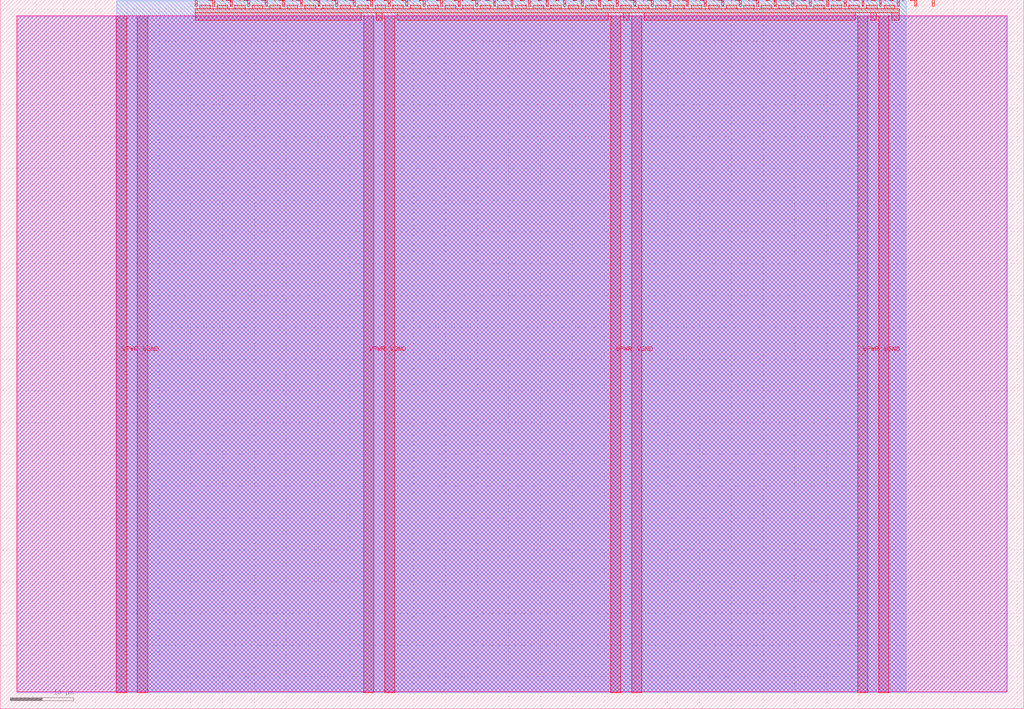
<source format=lef>
VERSION 5.7 ;
  NOWIREEXTENSIONATPIN ON ;
  DIVIDERCHAR "/" ;
  BUSBITCHARS "[]" ;
MACRO tt_um_wokwi_445163656445179905
  CLASS BLOCK ;
  FOREIGN tt_um_wokwi_445163656445179905 ;
  ORIGIN 0.000 0.000 ;
  SIZE 161.000 BY 111.520 ;
  PIN VGND
    DIRECTION INOUT ;
    USE GROUND ;
    PORT
      LAYER met4 ;
        RECT 21.580 2.480 23.180 109.040 ;
    END
    PORT
      LAYER met4 ;
        RECT 60.450 2.480 62.050 109.040 ;
    END
    PORT
      LAYER met4 ;
        RECT 99.320 2.480 100.920 109.040 ;
    END
    PORT
      LAYER met4 ;
        RECT 138.190 2.480 139.790 109.040 ;
    END
  END VGND
  PIN VPWR
    DIRECTION INOUT ;
    USE POWER ;
    PORT
      LAYER met4 ;
        RECT 18.280 2.480 19.880 109.040 ;
    END
    PORT
      LAYER met4 ;
        RECT 57.150 2.480 58.750 109.040 ;
    END
    PORT
      LAYER met4 ;
        RECT 96.020 2.480 97.620 109.040 ;
    END
    PORT
      LAYER met4 ;
        RECT 134.890 2.480 136.490 109.040 ;
    END
  END VPWR
  PIN clk
    DIRECTION INPUT ;
    USE SIGNAL ;
    PORT
      LAYER met4 ;
        RECT 143.830 110.520 144.130 111.520 ;
    END
  END clk
  PIN ena
    DIRECTION INPUT ;
    USE SIGNAL ;
    PORT
      LAYER met4 ;
        RECT 146.590 110.520 146.890 111.520 ;
    END
  END ena
  PIN rst_n
    DIRECTION INPUT ;
    USE SIGNAL ;
    ANTENNAGATEAREA 0.196500 ;
    PORT
      LAYER met4 ;
        RECT 141.070 110.520 141.370 111.520 ;
    END
  END rst_n
  PIN ui_in[0]
    DIRECTION INPUT ;
    USE SIGNAL ;
    ANTENNAGATEAREA 0.196500 ;
    PORT
      LAYER met4 ;
        RECT 138.310 110.520 138.610 111.520 ;
    END
  END ui_in[0]
  PIN ui_in[1]
    DIRECTION INPUT ;
    USE SIGNAL ;
    PORT
      LAYER met4 ;
        RECT 135.550 110.520 135.850 111.520 ;
    END
  END ui_in[1]
  PIN ui_in[2]
    DIRECTION INPUT ;
    USE SIGNAL ;
    PORT
      LAYER met4 ;
        RECT 132.790 110.520 133.090 111.520 ;
    END
  END ui_in[2]
  PIN ui_in[3]
    DIRECTION INPUT ;
    USE SIGNAL ;
    PORT
      LAYER met4 ;
        RECT 130.030 110.520 130.330 111.520 ;
    END
  END ui_in[3]
  PIN ui_in[4]
    DIRECTION INPUT ;
    USE SIGNAL ;
    ANTENNAGATEAREA 0.159000 ;
    PORT
      LAYER met4 ;
        RECT 127.270 110.520 127.570 111.520 ;
    END
  END ui_in[4]
  PIN ui_in[5]
    DIRECTION INPUT ;
    USE SIGNAL ;
    ANTENNAGATEAREA 0.159000 ;
    PORT
      LAYER met4 ;
        RECT 124.510 110.520 124.810 111.520 ;
    END
  END ui_in[5]
  PIN ui_in[6]
    DIRECTION INPUT ;
    USE SIGNAL ;
    ANTENNAGATEAREA 0.159000 ;
    PORT
      LAYER met4 ;
        RECT 121.750 110.520 122.050 111.520 ;
    END
  END ui_in[6]
  PIN ui_in[7]
    DIRECTION INPUT ;
    USE SIGNAL ;
    ANTENNAGATEAREA 0.159000 ;
    PORT
      LAYER met4 ;
        RECT 118.990 110.520 119.290 111.520 ;
    END
  END ui_in[7]
  PIN uio_in[0]
    DIRECTION INPUT ;
    USE SIGNAL ;
    PORT
      LAYER met4 ;
        RECT 116.230 110.520 116.530 111.520 ;
    END
  END uio_in[0]
  PIN uio_in[1]
    DIRECTION INPUT ;
    USE SIGNAL ;
    PORT
      LAYER met4 ;
        RECT 113.470 110.520 113.770 111.520 ;
    END
  END uio_in[1]
  PIN uio_in[2]
    DIRECTION INPUT ;
    USE SIGNAL ;
    PORT
      LAYER met4 ;
        RECT 110.710 110.520 111.010 111.520 ;
    END
  END uio_in[2]
  PIN uio_in[3]
    DIRECTION INPUT ;
    USE SIGNAL ;
    PORT
      LAYER met4 ;
        RECT 107.950 110.520 108.250 111.520 ;
    END
  END uio_in[3]
  PIN uio_in[4]
    DIRECTION INPUT ;
    USE SIGNAL ;
    PORT
      LAYER met4 ;
        RECT 105.190 110.520 105.490 111.520 ;
    END
  END uio_in[4]
  PIN uio_in[5]
    DIRECTION INPUT ;
    USE SIGNAL ;
    PORT
      LAYER met4 ;
        RECT 102.430 110.520 102.730 111.520 ;
    END
  END uio_in[5]
  PIN uio_in[6]
    DIRECTION INPUT ;
    USE SIGNAL ;
    PORT
      LAYER met4 ;
        RECT 99.670 110.520 99.970 111.520 ;
    END
  END uio_in[6]
  PIN uio_in[7]
    DIRECTION INPUT ;
    USE SIGNAL ;
    PORT
      LAYER met4 ;
        RECT 96.910 110.520 97.210 111.520 ;
    END
  END uio_in[7]
  PIN uio_oe[0]
    DIRECTION OUTPUT ;
    USE SIGNAL ;
    PORT
      LAYER met4 ;
        RECT 49.990 110.520 50.290 111.520 ;
    END
  END uio_oe[0]
  PIN uio_oe[1]
    DIRECTION OUTPUT ;
    USE SIGNAL ;
    PORT
      LAYER met4 ;
        RECT 47.230 110.520 47.530 111.520 ;
    END
  END uio_oe[1]
  PIN uio_oe[2]
    DIRECTION OUTPUT ;
    USE SIGNAL ;
    PORT
      LAYER met4 ;
        RECT 44.470 110.520 44.770 111.520 ;
    END
  END uio_oe[2]
  PIN uio_oe[3]
    DIRECTION OUTPUT ;
    USE SIGNAL ;
    PORT
      LAYER met4 ;
        RECT 41.710 110.520 42.010 111.520 ;
    END
  END uio_oe[3]
  PIN uio_oe[4]
    DIRECTION OUTPUT ;
    USE SIGNAL ;
    PORT
      LAYER met4 ;
        RECT 38.950 110.520 39.250 111.520 ;
    END
  END uio_oe[4]
  PIN uio_oe[5]
    DIRECTION OUTPUT ;
    USE SIGNAL ;
    PORT
      LAYER met4 ;
        RECT 36.190 110.520 36.490 111.520 ;
    END
  END uio_oe[5]
  PIN uio_oe[6]
    DIRECTION OUTPUT ;
    USE SIGNAL ;
    PORT
      LAYER met4 ;
        RECT 33.430 110.520 33.730 111.520 ;
    END
  END uio_oe[6]
  PIN uio_oe[7]
    DIRECTION OUTPUT ;
    USE SIGNAL ;
    PORT
      LAYER met4 ;
        RECT 30.670 110.520 30.970 111.520 ;
    END
  END uio_oe[7]
  PIN uio_out[0]
    DIRECTION OUTPUT ;
    USE SIGNAL ;
    PORT
      LAYER met4 ;
        RECT 72.070 110.520 72.370 111.520 ;
    END
  END uio_out[0]
  PIN uio_out[1]
    DIRECTION OUTPUT ;
    USE SIGNAL ;
    PORT
      LAYER met4 ;
        RECT 69.310 110.520 69.610 111.520 ;
    END
  END uio_out[1]
  PIN uio_out[2]
    DIRECTION OUTPUT ;
    USE SIGNAL ;
    PORT
      LAYER met4 ;
        RECT 66.550 110.520 66.850 111.520 ;
    END
  END uio_out[2]
  PIN uio_out[3]
    DIRECTION OUTPUT ;
    USE SIGNAL ;
    PORT
      LAYER met4 ;
        RECT 63.790 110.520 64.090 111.520 ;
    END
  END uio_out[3]
  PIN uio_out[4]
    DIRECTION OUTPUT ;
    USE SIGNAL ;
    PORT
      LAYER met4 ;
        RECT 61.030 110.520 61.330 111.520 ;
    END
  END uio_out[4]
  PIN uio_out[5]
    DIRECTION OUTPUT ;
    USE SIGNAL ;
    PORT
      LAYER met4 ;
        RECT 58.270 110.520 58.570 111.520 ;
    END
  END uio_out[5]
  PIN uio_out[6]
    DIRECTION OUTPUT ;
    USE SIGNAL ;
    PORT
      LAYER met4 ;
        RECT 55.510 110.520 55.810 111.520 ;
    END
  END uio_out[6]
  PIN uio_out[7]
    DIRECTION OUTPUT ;
    USE SIGNAL ;
    PORT
      LAYER met4 ;
        RECT 52.750 110.520 53.050 111.520 ;
    END
  END uio_out[7]
  PIN uo_out[0]
    DIRECTION OUTPUT ;
    USE SIGNAL ;
    ANTENNADIFFAREA 0.795200 ;
    PORT
      LAYER met4 ;
        RECT 94.150 110.520 94.450 111.520 ;
    END
  END uo_out[0]
  PIN uo_out[1]
    DIRECTION OUTPUT ;
    USE SIGNAL ;
    PORT
      LAYER met4 ;
        RECT 91.390 110.520 91.690 111.520 ;
    END
  END uo_out[1]
  PIN uo_out[2]
    DIRECTION OUTPUT ;
    USE SIGNAL ;
    PORT
      LAYER met4 ;
        RECT 88.630 110.520 88.930 111.520 ;
    END
  END uo_out[2]
  PIN uo_out[3]
    DIRECTION OUTPUT ;
    USE SIGNAL ;
    PORT
      LAYER met4 ;
        RECT 85.870 110.520 86.170 111.520 ;
    END
  END uo_out[3]
  PIN uo_out[4]
    DIRECTION OUTPUT ;
    USE SIGNAL ;
    ANTENNADIFFAREA 0.445500 ;
    PORT
      LAYER met4 ;
        RECT 83.110 110.520 83.410 111.520 ;
    END
  END uo_out[4]
  PIN uo_out[5]
    DIRECTION OUTPUT ;
    USE SIGNAL ;
    ANTENNADIFFAREA 0.445500 ;
    PORT
      LAYER met4 ;
        RECT 80.350 110.520 80.650 111.520 ;
    END
  END uo_out[5]
  PIN uo_out[6]
    DIRECTION OUTPUT ;
    USE SIGNAL ;
    ANTENNADIFFAREA 0.445500 ;
    PORT
      LAYER met4 ;
        RECT 77.590 110.520 77.890 111.520 ;
    END
  END uo_out[6]
  PIN uo_out[7]
    DIRECTION OUTPUT ;
    USE SIGNAL ;
    ANTENNADIFFAREA 0.445500 ;
    PORT
      LAYER met4 ;
        RECT 74.830 110.520 75.130 111.520 ;
    END
  END uo_out[7]
  OBS
      LAYER nwell ;
        RECT 2.570 2.635 158.430 108.990 ;
      LAYER li1 ;
        RECT 2.760 2.635 158.240 108.885 ;
      LAYER met1 ;
        RECT 2.760 2.480 158.240 109.040 ;
      LAYER met2 ;
        RECT 18.310 2.535 142.510 111.365 ;
      LAYER met3 ;
        RECT 18.290 2.555 142.535 111.345 ;
      LAYER met4 ;
        RECT 31.370 110.120 33.030 110.665 ;
        RECT 34.130 110.120 35.790 110.665 ;
        RECT 36.890 110.120 38.550 110.665 ;
        RECT 39.650 110.120 41.310 110.665 ;
        RECT 42.410 110.120 44.070 110.665 ;
        RECT 45.170 110.120 46.830 110.665 ;
        RECT 47.930 110.120 49.590 110.665 ;
        RECT 50.690 110.120 52.350 110.665 ;
        RECT 53.450 110.120 55.110 110.665 ;
        RECT 56.210 110.120 57.870 110.665 ;
        RECT 58.970 110.120 60.630 110.665 ;
        RECT 61.730 110.120 63.390 110.665 ;
        RECT 64.490 110.120 66.150 110.665 ;
        RECT 67.250 110.120 68.910 110.665 ;
        RECT 70.010 110.120 71.670 110.665 ;
        RECT 72.770 110.120 74.430 110.665 ;
        RECT 75.530 110.120 77.190 110.665 ;
        RECT 78.290 110.120 79.950 110.665 ;
        RECT 81.050 110.120 82.710 110.665 ;
        RECT 83.810 110.120 85.470 110.665 ;
        RECT 86.570 110.120 88.230 110.665 ;
        RECT 89.330 110.120 90.990 110.665 ;
        RECT 92.090 110.120 93.750 110.665 ;
        RECT 94.850 110.120 96.510 110.665 ;
        RECT 97.610 110.120 99.270 110.665 ;
        RECT 100.370 110.120 102.030 110.665 ;
        RECT 103.130 110.120 104.790 110.665 ;
        RECT 105.890 110.120 107.550 110.665 ;
        RECT 108.650 110.120 110.310 110.665 ;
        RECT 111.410 110.120 113.070 110.665 ;
        RECT 114.170 110.120 115.830 110.665 ;
        RECT 116.930 110.120 118.590 110.665 ;
        RECT 119.690 110.120 121.350 110.665 ;
        RECT 122.450 110.120 124.110 110.665 ;
        RECT 125.210 110.120 126.870 110.665 ;
        RECT 127.970 110.120 129.630 110.665 ;
        RECT 130.730 110.120 132.390 110.665 ;
        RECT 133.490 110.120 135.150 110.665 ;
        RECT 136.250 110.120 137.910 110.665 ;
        RECT 139.010 110.120 140.670 110.665 ;
        RECT 30.655 109.440 141.385 110.120 ;
        RECT 30.655 108.295 56.750 109.440 ;
        RECT 59.150 108.295 60.050 109.440 ;
        RECT 62.450 108.295 95.620 109.440 ;
        RECT 98.020 108.295 98.920 109.440 ;
        RECT 101.320 108.295 134.490 109.440 ;
        RECT 136.890 108.295 137.790 109.440 ;
        RECT 140.190 108.295 141.385 109.440 ;
  END
END tt_um_wokwi_445163656445179905
END LIBRARY


</source>
